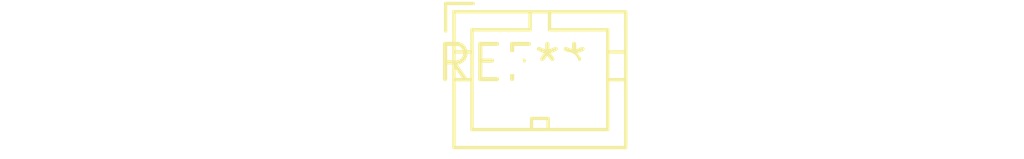
<source format=kicad_pcb>
(kicad_pcb (version 20240108) (generator pcbnew)
  (layers (0 "F.Cu" signal) (31 "B.Cu" signal) (34 "B.Paste" user) (35 "F.Paste" user) (36 "B.SilkS" user "B.Silkscreen") (37 "F.SilkS" user "F.Silkscreen") (38 "B.Mask" user) (39 "F.Mask" user) (44 "Edge.Cuts" user))
  (net 0 "")
  (footprint "TE_440054-2_1x02_P2.00mm_Vertical" (layer "F.Cu") (at 0 0)
    (property "Reference" "REF**")
    (property "Value" "TE_440054-2_1x02_P2.00mm_Vertical")
    (fp_line (start -2.4 -2.15) (end -2.4 -1.15) (layer "F.SilkS") (stroke (width 0.12)))
    (fp_line (start -2.4 -2.15) (end -1.4 -2.15) (layer "F.SilkS") (stroke (width 0.12)))
    (fp_line (start -2.1 -0.4) (end -1.45 -0.4) (layer "F.SilkS") (stroke (width 0.12)))
    (fp_line (start -2.1 0.6) (end -1.45 0.6) (layer "F.SilkS") (stroke (width 0.12)))
    (fp_line (start -1.45 -1.2) (end 0.65 -1.2) (layer "F.SilkS") (stroke (width 0.12)))
    (fp_line (start -1.45 2.4) (end -1.45 -1.2) (layer "F.SilkS") (stroke (width 0.12)))
    (fp_line (start 0.65 -1.85) (end 0.65 -1.2) (layer "F.SilkS") (stroke (width 0.12)))
    (fp_line (start 0.7 2) (end 1.3 2) (layer "F.SilkS") (stroke (width 0.12)))
    (fp_line (start 0.7 2.4) (end 0.7 2) (layer "F.SilkS") (stroke (width 0.12)))
    (fp_line (start 1.3 2) (end 1.3 2.4) (layer "F.SilkS") (stroke (width 0.12)))
    (fp_line (start 1.35 -1.85) (end 1.35 -1.2) (layer "F.SilkS") (stroke (width 0.12)))
    (fp_line (start 3.45 -1.2) (end 1.35 -1.2) (layer "F.SilkS") (stroke (width 0.12)))
    (fp_line (start 3.45 -1.2) (end 3.45 2.4) (layer "F.SilkS") (stroke (width 0.12)))
    (fp_line (start 3.45 -0.4) (end 4.1 -0.4) (layer "F.SilkS") (stroke (width 0.12)))
    (fp_line (start 3.45 0.6) (end 4.1 0.6) (layer "F.SilkS") (stroke (width 0.12)))
    (fp_line (start 3.45 2.4) (end -1.45 2.4) (layer "F.SilkS") (stroke (width 0.12)))
    (fp_rect (start -2.1 -1.85) (end 4.1 3.05) (layer "F.SilkS") (stroke (width 0.12)) (fill none))
    (pad "1" thru_hole roundrect (at 0 0) (size 1.2 1.8) (drill 0.8) (layers *.Cu *.Mask) (remove_unused_layers))
    (pad "2" thru_hole oval (at 2 0) (size 1.2 1.8) (drill 0.8) (layers *.Cu *.Mask) (remove_unused_layers))
  )
)
</source>
